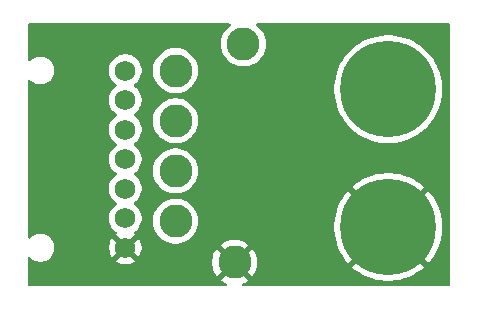
<source format=gbr>
%TF.GenerationSoftware,KiCad,Pcbnew,9.0.0*%
%TF.CreationDate,2025-08-25T22:35:37-05:00*%
%TF.ProjectId,CellSimulatorPCB,43656c6c-5369-46d7-956c-61746f725043,rev?*%
%TF.SameCoordinates,Original*%
%TF.FileFunction,Copper,L2,Bot*%
%TF.FilePolarity,Positive*%
%FSLAX46Y46*%
G04 Gerber Fmt 4.6, Leading zero omitted, Abs format (unit mm)*
G04 Created by KiCad (PCBNEW 9.0.0) date 2025-08-25 22:35:37*
%MOMM*%
%LPD*%
G01*
G04 APERTURE LIST*
%TA.AperFunction,ComponentPad*%
%ADD10C,2.800000*%
%TD*%
%TA.AperFunction,ComponentPad*%
%ADD11C,8.115000*%
%TD*%
%TA.AperFunction,ComponentPad*%
%ADD12C,1.752600*%
%TD*%
G04 APERTURE END LIST*
D10*
%TO.P,TP11,1,1*%
%TO.N,/3&4COM_ext*%
X90250000Y-64500000D03*
%TD*%
%TO.P,TP9,1,1*%
%TO.N,/1&2COM_ext*%
X90250000Y-73000000D03*
%TD*%
%TO.P,TP13,1,1*%
%TO.N,GND*%
X95250000Y-76500000D03*
%TD*%
D11*
%TO.P,J2,1,Pin_1*%
%TO.N,GND*%
X108250000Y-73500000D03*
%TD*%
D10*
%TO.P,TP14,1,1*%
%TO.N,/VBAT*%
X96000000Y-58000000D03*
%TD*%
D12*
%TO.P,J11,1,Pin_1*%
%TO.N,GND*%
X86000000Y-75250000D03*
%TO.P,J11,2,Pin_2*%
%TO.N,unconnected-(J11-Pin_2-Pad2)*%
X86000000Y-72750000D03*
%TO.P,J11,3,Pin_3*%
%TO.N,/1&2COM_ext*%
X86000000Y-70250000D03*
%TO.P,J11,4,Pin_4*%
%TO.N,/2&3COM_ext*%
X86000000Y-67750000D03*
%TO.P,J11,5,Pin_5*%
%TO.N,/3&4COM_ext*%
X86000000Y-65250000D03*
%TO.P,J11,6,Pin_6*%
%TO.N,/4&5COM_ext*%
X86000000Y-62750000D03*
%TO.P,J11,7,Pin_7*%
%TO.N,/last_cell_ext*%
X86000000Y-60250000D03*
%TD*%
D10*
%TO.P,TP12,1,1*%
%TO.N,/4&5COM_ext*%
X90250000Y-60250000D03*
%TD*%
D11*
%TO.P,J1,1,Pin_1*%
%TO.N,/VBAT*%
X108250000Y-61835000D03*
%TD*%
D10*
%TO.P,TP10,1,1*%
%TO.N,/2&3COM_ext*%
X90250000Y-68750000D03*
%TD*%
%TA.AperFunction,Conductor*%
%TO.N,GND*%
G36*
X94859826Y-56270185D02*
G01*
X94905581Y-56322989D01*
X94915525Y-56392147D01*
X94886500Y-56455703D01*
X94868273Y-56472876D01*
X94744225Y-56568060D01*
X94744218Y-56568066D01*
X94568066Y-56744218D01*
X94568060Y-56744225D01*
X94416400Y-56941873D01*
X94291837Y-57157623D01*
X94291830Y-57157638D01*
X94196498Y-57387792D01*
X94132017Y-57628438D01*
X94099501Y-57875424D01*
X94099500Y-57875441D01*
X94099500Y-58124558D01*
X94099501Y-58124575D01*
X94111465Y-58215455D01*
X94132018Y-58371565D01*
X94177642Y-58541836D01*
X94196498Y-58612207D01*
X94291830Y-58842361D01*
X94291837Y-58842376D01*
X94416400Y-59058126D01*
X94568060Y-59255774D01*
X94568066Y-59255781D01*
X94744218Y-59431933D01*
X94744225Y-59431939D01*
X94941873Y-59583599D01*
X95157623Y-59708162D01*
X95157638Y-59708169D01*
X95189808Y-59721494D01*
X95387793Y-59803502D01*
X95628435Y-59867982D01*
X95875435Y-59900500D01*
X95875442Y-59900500D01*
X96124558Y-59900500D01*
X96124565Y-59900500D01*
X96371565Y-59867982D01*
X96612207Y-59803502D01*
X96842373Y-59708164D01*
X97058127Y-59583599D01*
X97255776Y-59431938D01*
X97431938Y-59255776D01*
X97583599Y-59058127D01*
X97708164Y-58842373D01*
X97803502Y-58612207D01*
X97867982Y-58371565D01*
X97900500Y-58124565D01*
X97900500Y-57875435D01*
X97867982Y-57628435D01*
X97803502Y-57387793D01*
X97708164Y-57157627D01*
X97583599Y-56941873D01*
X97431938Y-56744224D01*
X97431933Y-56744218D01*
X97255781Y-56568066D01*
X97255774Y-56568060D01*
X97131727Y-56472876D01*
X97090524Y-56416448D01*
X97086369Y-56346702D01*
X97120581Y-56285782D01*
X97182298Y-56253029D01*
X97207213Y-56250500D01*
X113375500Y-56250500D01*
X113442539Y-56270185D01*
X113488294Y-56322989D01*
X113499500Y-56374500D01*
X113499500Y-78375500D01*
X113479815Y-78442539D01*
X113427011Y-78488294D01*
X113375500Y-78499500D01*
X96011111Y-78499500D01*
X95944072Y-78479815D01*
X95898317Y-78427011D01*
X95888373Y-78357853D01*
X95917398Y-78294297D01*
X95963658Y-78260939D01*
X96092148Y-78207716D01*
X96092159Y-78207711D01*
X96307855Y-78083178D01*
X96405045Y-78008600D01*
X96405045Y-78008597D01*
X95612294Y-77215846D01*
X95628942Y-77208951D01*
X95759970Y-77121401D01*
X95871401Y-77009970D01*
X95958951Y-76878942D01*
X95965846Y-76862294D01*
X96758597Y-77655045D01*
X96758600Y-77655045D01*
X96833178Y-77557855D01*
X96957711Y-77342159D01*
X96957716Y-77342148D01*
X97053026Y-77112049D01*
X97117491Y-76871464D01*
X97122822Y-76830973D01*
X97122822Y-76830972D01*
X97150000Y-76624533D01*
X97150000Y-76375466D01*
X97117491Y-76128536D01*
X97053026Y-75887950D01*
X96957716Y-75657851D01*
X96957711Y-75657840D01*
X96833186Y-75442158D01*
X96833180Y-75442150D01*
X96758598Y-75344953D01*
X95965846Y-76137705D01*
X95958951Y-76121058D01*
X95871401Y-75990030D01*
X95759970Y-75878599D01*
X95628942Y-75791049D01*
X95612292Y-75784152D01*
X96405045Y-74991400D01*
X96307849Y-74916819D01*
X96307841Y-74916813D01*
X96092159Y-74792288D01*
X96092148Y-74792283D01*
X95862049Y-74696973D01*
X95621463Y-74632508D01*
X95374534Y-74600000D01*
X95125466Y-74600000D01*
X94878536Y-74632508D01*
X94637950Y-74696973D01*
X94407851Y-74792283D01*
X94407847Y-74792285D01*
X94192143Y-74916823D01*
X94094953Y-74991399D01*
X94094953Y-74991400D01*
X94887706Y-75784153D01*
X94871058Y-75791049D01*
X94740030Y-75878599D01*
X94628599Y-75990030D01*
X94541049Y-76121058D01*
X94534153Y-76137706D01*
X93741400Y-75344953D01*
X93741399Y-75344953D01*
X93666823Y-75442143D01*
X93542285Y-75657847D01*
X93542283Y-75657851D01*
X93446973Y-75887950D01*
X93382508Y-76128536D01*
X93350000Y-76375466D01*
X93350000Y-76624533D01*
X93382508Y-76871463D01*
X93446973Y-77112049D01*
X93542283Y-77342148D01*
X93542288Y-77342159D01*
X93666813Y-77557841D01*
X93666819Y-77557849D01*
X93741400Y-77655045D01*
X94534152Y-76862292D01*
X94541049Y-76878942D01*
X94628599Y-77009970D01*
X94740030Y-77121401D01*
X94871058Y-77208951D01*
X94887705Y-77215846D01*
X94094953Y-78008598D01*
X94192150Y-78083180D01*
X94192158Y-78083186D01*
X94407840Y-78207711D01*
X94407851Y-78207716D01*
X94536342Y-78260939D01*
X94590745Y-78304780D01*
X94612810Y-78371074D01*
X94595531Y-78438773D01*
X94544394Y-78486384D01*
X94488889Y-78499500D01*
X77874500Y-78499500D01*
X77807461Y-78479815D01*
X77761706Y-78427011D01*
X77750500Y-78375500D01*
X77750500Y-76145241D01*
X77770185Y-76078202D01*
X77822989Y-76032447D01*
X77892147Y-76022503D01*
X77955703Y-76051528D01*
X77962181Y-76057560D01*
X78052844Y-76148223D01*
X78202802Y-76257174D01*
X78367958Y-76341324D01*
X78367960Y-76341325D01*
X78429688Y-76361381D01*
X78544244Y-76398603D01*
X78727320Y-76427600D01*
X78727321Y-76427600D01*
X78912677Y-76427600D01*
X78912678Y-76427600D01*
X79095754Y-76398603D01*
X79272040Y-76341324D01*
X79437196Y-76257174D01*
X79587154Y-76148223D01*
X79718222Y-76017155D01*
X79827173Y-75867197D01*
X79911323Y-75702041D01*
X79968602Y-75525755D01*
X79997599Y-75342679D01*
X79997599Y-75157321D01*
X79995121Y-75141678D01*
X79983528Y-75068482D01*
X79968602Y-74974245D01*
X79911323Y-74797959D01*
X79827173Y-74632803D01*
X79718222Y-74482845D01*
X79587154Y-74351777D01*
X79437196Y-74242826D01*
X79424851Y-74236536D01*
X79272037Y-74158674D01*
X79095751Y-74101396D01*
X78955117Y-74079121D01*
X78912678Y-74072400D01*
X78727320Y-74072400D01*
X78684880Y-74079121D01*
X78544247Y-74101396D01*
X78544246Y-74101396D01*
X78367960Y-74158674D01*
X78202805Y-74242824D01*
X78202797Y-74242829D01*
X78122365Y-74301266D01*
X78052844Y-74351777D01*
X78052842Y-74351779D01*
X78052841Y-74351779D01*
X77962181Y-74442440D01*
X77900858Y-74475925D01*
X77831166Y-74470941D01*
X77775233Y-74429069D01*
X77750816Y-74363605D01*
X77750500Y-74354759D01*
X77750500Y-61145241D01*
X77770185Y-61078202D01*
X77822989Y-61032447D01*
X77892147Y-61022503D01*
X77955703Y-61051528D01*
X77962181Y-61057560D01*
X78052844Y-61148223D01*
X78202802Y-61257174D01*
X78367958Y-61341324D01*
X78367960Y-61341325D01*
X78429688Y-61361381D01*
X78544244Y-61398603D01*
X78727320Y-61427600D01*
X78727321Y-61427600D01*
X78912677Y-61427600D01*
X78912678Y-61427600D01*
X79095754Y-61398603D01*
X79272040Y-61341324D01*
X79437196Y-61257174D01*
X79587154Y-61148223D01*
X79718222Y-61017155D01*
X79827173Y-60867197D01*
X79911323Y-60702041D01*
X79968602Y-60525755D01*
X79997599Y-60342679D01*
X79997599Y-60157321D01*
X79995116Y-60141644D01*
X84623200Y-60141644D01*
X84623200Y-60358355D01*
X84657102Y-60572402D01*
X84657102Y-60572405D01*
X84724068Y-60778505D01*
X84769257Y-60867193D01*
X84822455Y-60971600D01*
X84949836Y-61146925D01*
X85103075Y-61300164D01*
X85238565Y-61398603D01*
X85240050Y-61399682D01*
X85282715Y-61455012D01*
X85288694Y-61524626D01*
X85256088Y-61586420D01*
X85240050Y-61600317D01*
X85103075Y-61699836D01*
X85103073Y-61699838D01*
X85103072Y-61699838D01*
X84949838Y-61853072D01*
X84822455Y-62028399D01*
X84724068Y-62221494D01*
X84657102Y-62427594D01*
X84657102Y-62427597D01*
X84656641Y-62430507D01*
X84623200Y-62641644D01*
X84623200Y-62858356D01*
X84632394Y-62916401D01*
X84657102Y-63072402D01*
X84657102Y-63072405D01*
X84724068Y-63278505D01*
X84724070Y-63278508D01*
X84822455Y-63471600D01*
X84949836Y-63646925D01*
X85103075Y-63800164D01*
X85223685Y-63887792D01*
X85240050Y-63899682D01*
X85282715Y-63955012D01*
X85288694Y-64024626D01*
X85256088Y-64086420D01*
X85240050Y-64100317D01*
X85103075Y-64199836D01*
X85103073Y-64199838D01*
X85103072Y-64199838D01*
X84949838Y-64353072D01*
X84822455Y-64528399D01*
X84724068Y-64721494D01*
X84657102Y-64927594D01*
X84657102Y-64927597D01*
X84623200Y-65141644D01*
X84623200Y-65358355D01*
X84657102Y-65572402D01*
X84657102Y-65572405D01*
X84724068Y-65778505D01*
X84776728Y-65881856D01*
X84822455Y-65971600D01*
X84949836Y-66146925D01*
X85103075Y-66300164D01*
X85230853Y-66393000D01*
X85240050Y-66399682D01*
X85282715Y-66455012D01*
X85288694Y-66524626D01*
X85256088Y-66586420D01*
X85240050Y-66600317D01*
X85103075Y-66699836D01*
X85103073Y-66699838D01*
X85103072Y-66699838D01*
X84949838Y-66853072D01*
X84822455Y-67028399D01*
X84724068Y-67221494D01*
X84657102Y-67427594D01*
X84657102Y-67427597D01*
X84623200Y-67641644D01*
X84623200Y-67858355D01*
X84657102Y-68072402D01*
X84657102Y-68072405D01*
X84724068Y-68278505D01*
X84724070Y-68278508D01*
X84822455Y-68471600D01*
X84949836Y-68646925D01*
X85103075Y-68800164D01*
X85205493Y-68874575D01*
X85240050Y-68899682D01*
X85282715Y-68955012D01*
X85288694Y-69024626D01*
X85256088Y-69086420D01*
X85240050Y-69100317D01*
X85103075Y-69199836D01*
X85103073Y-69199838D01*
X85103072Y-69199838D01*
X84949838Y-69353072D01*
X84822455Y-69528399D01*
X84724068Y-69721494D01*
X84657102Y-69927594D01*
X84657102Y-69927597D01*
X84623200Y-70141644D01*
X84623200Y-70358355D01*
X84657102Y-70572402D01*
X84657102Y-70572405D01*
X84724068Y-70778505D01*
X84784252Y-70896623D01*
X84822455Y-70971600D01*
X84949836Y-71146925D01*
X85103075Y-71300164D01*
X85231636Y-71393569D01*
X85240050Y-71399682D01*
X85282715Y-71455012D01*
X85288694Y-71524626D01*
X85256088Y-71586420D01*
X85240050Y-71600317D01*
X85103075Y-71699836D01*
X85103073Y-71699838D01*
X85103072Y-71699838D01*
X84949838Y-71853072D01*
X84822455Y-72028399D01*
X84724068Y-72221494D01*
X84657102Y-72427594D01*
X84657102Y-72427597D01*
X84623200Y-72641644D01*
X84623200Y-72858355D01*
X84657102Y-73072402D01*
X84657102Y-73072405D01*
X84724068Y-73278505D01*
X84771485Y-73371565D01*
X84822455Y-73471600D01*
X84949836Y-73646925D01*
X85103075Y-73800164D01*
X85240474Y-73899990D01*
X85283139Y-73955320D01*
X85289118Y-74024933D01*
X85256512Y-74086728D01*
X85240473Y-74100626D01*
X85219453Y-74115897D01*
X85219453Y-74115899D01*
X85773712Y-74670158D01*
X85705230Y-74698525D01*
X85603307Y-74766628D01*
X85516628Y-74853307D01*
X85448525Y-74955230D01*
X85420158Y-75023712D01*
X84865899Y-74469453D01*
X84865898Y-74469453D01*
X84822884Y-74528659D01*
X84724534Y-74721679D01*
X84657588Y-74927715D01*
X84623700Y-75141677D01*
X84623700Y-75358322D01*
X84657588Y-75572284D01*
X84724534Y-75778320D01*
X84822885Y-75971342D01*
X84865898Y-76030545D01*
X84865899Y-76030545D01*
X85420158Y-75476286D01*
X85448525Y-75544770D01*
X85516628Y-75646693D01*
X85603307Y-75733372D01*
X85705230Y-75801475D01*
X85773712Y-75829840D01*
X85219452Y-76384099D01*
X85219453Y-76384100D01*
X85278657Y-76427114D01*
X85471679Y-76525465D01*
X85677715Y-76592411D01*
X85891678Y-76626300D01*
X86108322Y-76626300D01*
X86322284Y-76592411D01*
X86528320Y-76525465D01*
X86721331Y-76427120D01*
X86721344Y-76427112D01*
X86780545Y-76384100D01*
X86780545Y-76384098D01*
X86226287Y-75829841D01*
X86294770Y-75801475D01*
X86396693Y-75733372D01*
X86483372Y-75646693D01*
X86551475Y-75544770D01*
X86579841Y-75476287D01*
X87134099Y-76030546D01*
X87134100Y-76030545D01*
X87177112Y-75971344D01*
X87177120Y-75971331D01*
X87275465Y-75778320D01*
X87342411Y-75572284D01*
X87376300Y-75358322D01*
X87376300Y-75141678D01*
X87363165Y-75058752D01*
X87363165Y-75058751D01*
X87342410Y-74927715D01*
X87275465Y-74721679D01*
X87177114Y-74528657D01*
X87134100Y-74469453D01*
X87134099Y-74469452D01*
X86579840Y-75023711D01*
X86551475Y-74955230D01*
X86483372Y-74853307D01*
X86396693Y-74766628D01*
X86294770Y-74698525D01*
X86226287Y-74670158D01*
X86780545Y-74115899D01*
X86780545Y-74115898D01*
X86759525Y-74100626D01*
X86716859Y-74045296D01*
X86710880Y-73975683D01*
X86743486Y-73913888D01*
X86759518Y-73899995D01*
X86896925Y-73800164D01*
X87050164Y-73646925D01*
X87177545Y-73471600D01*
X87275930Y-73278508D01*
X87275931Y-73278505D01*
X87342897Y-73072405D01*
X87342897Y-73072404D01*
X87342898Y-73072401D01*
X87374094Y-72875441D01*
X88349500Y-72875441D01*
X88349500Y-73124558D01*
X88349501Y-73124575D01*
X88382017Y-73371561D01*
X88446498Y-73612207D01*
X88541830Y-73842361D01*
X88541837Y-73842376D01*
X88666400Y-74058126D01*
X88818060Y-74255774D01*
X88818066Y-74255781D01*
X88994218Y-74431933D01*
X88994225Y-74431939D01*
X89191873Y-74583599D01*
X89407623Y-74708162D01*
X89407638Y-74708169D01*
X89506825Y-74749253D01*
X89637793Y-74803502D01*
X89878435Y-74867982D01*
X90125435Y-74900500D01*
X90125442Y-74900500D01*
X90374558Y-74900500D01*
X90374565Y-74900500D01*
X90621565Y-74867982D01*
X90862207Y-74803502D01*
X91092373Y-74708164D01*
X91308127Y-74583599D01*
X91505776Y-74431938D01*
X91681938Y-74255776D01*
X91833599Y-74058127D01*
X91958164Y-73842373D01*
X92053502Y-73612207D01*
X92117982Y-73371565D01*
X92127271Y-73301011D01*
X103692500Y-73301011D01*
X103692500Y-73698988D01*
X103727185Y-74095442D01*
X103796291Y-74487357D01*
X103796294Y-74487370D01*
X103899290Y-74871761D01*
X104035412Y-75245750D01*
X104203592Y-75606415D01*
X104203600Y-75606430D01*
X104402576Y-75951067D01*
X104402585Y-75951082D01*
X104630846Y-76277072D01*
X104853739Y-76542705D01*
X106168314Y-75228130D01*
X106229860Y-75305307D01*
X106444693Y-75520140D01*
X106521867Y-75581684D01*
X105207292Y-76896259D01*
X105207293Y-76896260D01*
X105472920Y-77119148D01*
X105798917Y-77347414D01*
X105798932Y-77347423D01*
X106143569Y-77546399D01*
X106143584Y-77546407D01*
X106504249Y-77714587D01*
X106878238Y-77850709D01*
X107262629Y-77953705D01*
X107262642Y-77953708D01*
X107654557Y-78022814D01*
X108051011Y-78057499D01*
X108051014Y-78057500D01*
X108448986Y-78057500D01*
X108448988Y-78057499D01*
X108845442Y-78022814D01*
X109237357Y-77953708D01*
X109237370Y-77953705D01*
X109621761Y-77850709D01*
X109995750Y-77714587D01*
X110356415Y-77546407D01*
X110356430Y-77546399D01*
X110701067Y-77347423D01*
X110701082Y-77347414D01*
X111027079Y-77119148D01*
X111292705Y-76896260D01*
X111292706Y-76896259D01*
X109978131Y-75581685D01*
X110055307Y-75520140D01*
X110270140Y-75305307D01*
X110331685Y-75228131D01*
X111646259Y-76542706D01*
X111646260Y-76542705D01*
X111869148Y-76277079D01*
X112097414Y-75951082D01*
X112097423Y-75951067D01*
X112296399Y-75606430D01*
X112296407Y-75606415D01*
X112464587Y-75245750D01*
X112600709Y-74871761D01*
X112703705Y-74487370D01*
X112703708Y-74487357D01*
X112772814Y-74095442D01*
X112807499Y-73698988D01*
X112807500Y-73698986D01*
X112807500Y-73301014D01*
X112807499Y-73301011D01*
X112772814Y-72904557D01*
X112703708Y-72512642D01*
X112703705Y-72512629D01*
X112600709Y-72128238D01*
X112464587Y-71754249D01*
X112296407Y-71393584D01*
X112296399Y-71393569D01*
X112097423Y-71048932D01*
X112097414Y-71048917D01*
X111869148Y-70722920D01*
X111646260Y-70457293D01*
X111646259Y-70457292D01*
X110331684Y-71771867D01*
X110270140Y-71694693D01*
X110055307Y-71479860D01*
X109978131Y-71418314D01*
X111292706Y-70103739D01*
X111027072Y-69880846D01*
X110701082Y-69652585D01*
X110701067Y-69652576D01*
X110356430Y-69453600D01*
X110356415Y-69453592D01*
X109995750Y-69285412D01*
X109621761Y-69149290D01*
X109237370Y-69046294D01*
X109237357Y-69046291D01*
X108845442Y-68977185D01*
X108448988Y-68942500D01*
X108051011Y-68942500D01*
X107654557Y-68977185D01*
X107262642Y-69046291D01*
X107262629Y-69046294D01*
X106878238Y-69149290D01*
X106504249Y-69285412D01*
X106143584Y-69453592D01*
X106143569Y-69453600D01*
X105798932Y-69652576D01*
X105798917Y-69652585D01*
X105472927Y-69880846D01*
X105207293Y-70103739D01*
X106521868Y-71418314D01*
X106444693Y-71479860D01*
X106229860Y-71694693D01*
X106168314Y-71771868D01*
X104853739Y-70457293D01*
X104630846Y-70722927D01*
X104402585Y-71048917D01*
X104402576Y-71048932D01*
X104203600Y-71393569D01*
X104203592Y-71393584D01*
X104035412Y-71754249D01*
X103899290Y-72128238D01*
X103796294Y-72512629D01*
X103796291Y-72512642D01*
X103727185Y-72904557D01*
X103692500Y-73301011D01*
X92127271Y-73301011D01*
X92150500Y-73124565D01*
X92150500Y-72875435D01*
X92117982Y-72628435D01*
X92053502Y-72387793D01*
X91958164Y-72157627D01*
X91941196Y-72128238D01*
X91833599Y-71941873D01*
X91681939Y-71744225D01*
X91681933Y-71744218D01*
X91505781Y-71568066D01*
X91505774Y-71568060D01*
X91308126Y-71416400D01*
X91092376Y-71291837D01*
X91092361Y-71291830D01*
X90862207Y-71196498D01*
X90677206Y-71146927D01*
X90621565Y-71132018D01*
X90621564Y-71132017D01*
X90621561Y-71132017D01*
X90374575Y-71099501D01*
X90374570Y-71099500D01*
X90374565Y-71099500D01*
X90125435Y-71099500D01*
X90125429Y-71099500D01*
X90125424Y-71099501D01*
X89878438Y-71132017D01*
X89637792Y-71196498D01*
X89407638Y-71291830D01*
X89407623Y-71291837D01*
X89191873Y-71416400D01*
X88994225Y-71568060D01*
X88994218Y-71568066D01*
X88818066Y-71744218D01*
X88818060Y-71744225D01*
X88666400Y-71941873D01*
X88541837Y-72157623D01*
X88541830Y-72157638D01*
X88446498Y-72387792D01*
X88382017Y-72628438D01*
X88349501Y-72875424D01*
X88349500Y-72875441D01*
X87374094Y-72875441D01*
X87376800Y-72858356D01*
X87376800Y-72641644D01*
X87342898Y-72427599D01*
X87342897Y-72427595D01*
X87342897Y-72427594D01*
X87275931Y-72221494D01*
X87177544Y-72028399D01*
X87114679Y-71941873D01*
X87050164Y-71853075D01*
X86896925Y-71699836D01*
X86759949Y-71600317D01*
X86717284Y-71544988D01*
X86711305Y-71475375D01*
X86743911Y-71413580D01*
X86759950Y-71399682D01*
X86768364Y-71393569D01*
X86896925Y-71300164D01*
X87050164Y-71146925D01*
X87177545Y-70971600D01*
X87275930Y-70778508D01*
X87342898Y-70572401D01*
X87376800Y-70358356D01*
X87376800Y-70141644D01*
X87342898Y-69927599D01*
X87342897Y-69927595D01*
X87342897Y-69927594D01*
X87275931Y-69721494D01*
X87240820Y-69652585D01*
X87177545Y-69528400D01*
X87050164Y-69353075D01*
X86896925Y-69199836D01*
X86759949Y-69100317D01*
X86717284Y-69044988D01*
X86711305Y-68975375D01*
X86743911Y-68913580D01*
X86759950Y-68899682D01*
X86794507Y-68874575D01*
X86896925Y-68800164D01*
X87050164Y-68646925D01*
X87065773Y-68625441D01*
X88349500Y-68625441D01*
X88349500Y-68874558D01*
X88349501Y-68874575D01*
X88382017Y-69121561D01*
X88446498Y-69362207D01*
X88541830Y-69592361D01*
X88541837Y-69592376D01*
X88666400Y-69808126D01*
X88818060Y-70005774D01*
X88818066Y-70005781D01*
X88994218Y-70181933D01*
X88994225Y-70181939D01*
X89191873Y-70333599D01*
X89407623Y-70458162D01*
X89407638Y-70458169D01*
X89506825Y-70499253D01*
X89637793Y-70553502D01*
X89878435Y-70617982D01*
X90125435Y-70650500D01*
X90125442Y-70650500D01*
X90374558Y-70650500D01*
X90374565Y-70650500D01*
X90621565Y-70617982D01*
X90862207Y-70553502D01*
X91092373Y-70458164D01*
X91308127Y-70333599D01*
X91505776Y-70181938D01*
X91546070Y-70141644D01*
X91622557Y-70065158D01*
X91681933Y-70005781D01*
X91681938Y-70005776D01*
X91833599Y-69808127D01*
X91958164Y-69592373D01*
X92053502Y-69362207D01*
X92117982Y-69121565D01*
X92150500Y-68874565D01*
X92150500Y-68625435D01*
X92117982Y-68378435D01*
X92053502Y-68137793D01*
X91958164Y-67907627D01*
X91833599Y-67691873D01*
X91681938Y-67494224D01*
X91681933Y-67494218D01*
X91505781Y-67318066D01*
X91505774Y-67318060D01*
X91308126Y-67166400D01*
X91092376Y-67041837D01*
X91092361Y-67041830D01*
X90862207Y-66946498D01*
X90621561Y-66882017D01*
X90374575Y-66849501D01*
X90374570Y-66849500D01*
X90374565Y-66849500D01*
X90125435Y-66849500D01*
X90125429Y-66849500D01*
X90125424Y-66849501D01*
X89878438Y-66882017D01*
X89637792Y-66946498D01*
X89407638Y-67041830D01*
X89407623Y-67041837D01*
X89191873Y-67166400D01*
X88994225Y-67318060D01*
X88994218Y-67318066D01*
X88818066Y-67494218D01*
X88818060Y-67494225D01*
X88666400Y-67691873D01*
X88541837Y-67907623D01*
X88541830Y-67907638D01*
X88446498Y-68137792D01*
X88382017Y-68378438D01*
X88349501Y-68625424D01*
X88349500Y-68625441D01*
X87065773Y-68625441D01*
X87177545Y-68471600D01*
X87275930Y-68278508D01*
X87342898Y-68072401D01*
X87376800Y-67858356D01*
X87376800Y-67641644D01*
X87342898Y-67427599D01*
X87342897Y-67427595D01*
X87342897Y-67427594D01*
X87275931Y-67221494D01*
X87184391Y-67041836D01*
X87177545Y-67028400D01*
X87050164Y-66853075D01*
X86896925Y-66699836D01*
X86759949Y-66600317D01*
X86717284Y-66544988D01*
X86711305Y-66475375D01*
X86743911Y-66413580D01*
X86759950Y-66399682D01*
X86769147Y-66393000D01*
X86896925Y-66300164D01*
X87050164Y-66146925D01*
X87177545Y-65971600D01*
X87275930Y-65778508D01*
X87342898Y-65572401D01*
X87376800Y-65358356D01*
X87376800Y-65141644D01*
X87342898Y-64927599D01*
X87342897Y-64927595D01*
X87342897Y-64927594D01*
X87275931Y-64721494D01*
X87226543Y-64624565D01*
X87177545Y-64528400D01*
X87066414Y-64375441D01*
X88349500Y-64375441D01*
X88349500Y-64624558D01*
X88349501Y-64624575D01*
X88382017Y-64871561D01*
X88446498Y-65112207D01*
X88541830Y-65342361D01*
X88541837Y-65342376D01*
X88666400Y-65558126D01*
X88818060Y-65755774D01*
X88818066Y-65755781D01*
X88994218Y-65931933D01*
X88994225Y-65931939D01*
X89191873Y-66083599D01*
X89407623Y-66208162D01*
X89407638Y-66208169D01*
X89506825Y-66249253D01*
X89637793Y-66303502D01*
X89878435Y-66367982D01*
X90125435Y-66400500D01*
X90125442Y-66400500D01*
X90374558Y-66400500D01*
X90374565Y-66400500D01*
X90621565Y-66367982D01*
X90862207Y-66303502D01*
X91092373Y-66208164D01*
X91308127Y-66083599D01*
X91505776Y-65931938D01*
X91681938Y-65755776D01*
X91833599Y-65558127D01*
X91958164Y-65342373D01*
X92053502Y-65112207D01*
X92117982Y-64871565D01*
X92150500Y-64624565D01*
X92150500Y-64375435D01*
X92117982Y-64128435D01*
X92053502Y-63887793D01*
X91958164Y-63657627D01*
X91951986Y-63646927D01*
X91833599Y-63441873D01*
X91681939Y-63244225D01*
X91681933Y-63244218D01*
X91505781Y-63068066D01*
X91505774Y-63068060D01*
X91308126Y-62916400D01*
X91092376Y-62791837D01*
X91092361Y-62791830D01*
X90862207Y-62696498D01*
X90621565Y-62632018D01*
X90621564Y-62632017D01*
X90621561Y-62632017D01*
X90374575Y-62599501D01*
X90374570Y-62599500D01*
X90374565Y-62599500D01*
X90125435Y-62599500D01*
X90125429Y-62599500D01*
X90125424Y-62599501D01*
X89878438Y-62632017D01*
X89637792Y-62696498D01*
X89407638Y-62791830D01*
X89407623Y-62791837D01*
X89191873Y-62916400D01*
X88994225Y-63068060D01*
X88994218Y-63068066D01*
X88818066Y-63244218D01*
X88818060Y-63244225D01*
X88666400Y-63441873D01*
X88541837Y-63657623D01*
X88541830Y-63657638D01*
X88446498Y-63887792D01*
X88382017Y-64128438D01*
X88349501Y-64375424D01*
X88349500Y-64375441D01*
X87066414Y-64375441D01*
X87050164Y-64353075D01*
X86896925Y-64199836D01*
X86759949Y-64100317D01*
X86717284Y-64044988D01*
X86711305Y-63975375D01*
X86743911Y-63913580D01*
X86759950Y-63899682D01*
X86776315Y-63887792D01*
X86896925Y-63800164D01*
X87050164Y-63646925D01*
X87177545Y-63471600D01*
X87275930Y-63278508D01*
X87287070Y-63244224D01*
X87342897Y-63072405D01*
X87342897Y-63072404D01*
X87342898Y-63072401D01*
X87376800Y-62858356D01*
X87376800Y-62641644D01*
X87342898Y-62427599D01*
X87342897Y-62427595D01*
X87342897Y-62427594D01*
X87275931Y-62221494D01*
X87190335Y-62053502D01*
X87177545Y-62028400D01*
X87050164Y-61853075D01*
X86896925Y-61699836D01*
X86759949Y-61600317D01*
X86717284Y-61544988D01*
X86711305Y-61475375D01*
X86743911Y-61413580D01*
X86759950Y-61399682D01*
X86761435Y-61398603D01*
X86896925Y-61300164D01*
X87050164Y-61146925D01*
X87177545Y-60971600D01*
X87275930Y-60778508D01*
X87342898Y-60572401D01*
X87376800Y-60358356D01*
X87376800Y-60141644D01*
X87374234Y-60125441D01*
X88349500Y-60125441D01*
X88349500Y-60374558D01*
X88349501Y-60374575D01*
X88382017Y-60621561D01*
X88446498Y-60862207D01*
X88541830Y-61092361D01*
X88541837Y-61092376D01*
X88666400Y-61308126D01*
X88818060Y-61505774D01*
X88818066Y-61505781D01*
X88994218Y-61681933D01*
X88994225Y-61681939D01*
X89191873Y-61833599D01*
X89407623Y-61958162D01*
X89407638Y-61958169D01*
X89506825Y-61999253D01*
X89637793Y-62053502D01*
X89878435Y-62117982D01*
X90125435Y-62150500D01*
X90125442Y-62150500D01*
X90374558Y-62150500D01*
X90374565Y-62150500D01*
X90621565Y-62117982D01*
X90862207Y-62053502D01*
X91092373Y-61958164D01*
X91308127Y-61833599D01*
X91505776Y-61681938D01*
X91551725Y-61635989D01*
X103692000Y-61635989D01*
X103692000Y-62034010D01*
X103726689Y-62430507D01*
X103795803Y-62822466D01*
X103795806Y-62822479D01*
X103898813Y-63206912D01*
X104034951Y-63580946D01*
X104203143Y-63941637D01*
X104203156Y-63941661D01*
X104402155Y-64286336D01*
X104402164Y-64286351D01*
X104630455Y-64612384D01*
X104640685Y-64624575D01*
X104886289Y-64917274D01*
X105167726Y-65198711D01*
X105276225Y-65289752D01*
X105472615Y-65454544D01*
X105472621Y-65454548D01*
X105472622Y-65454549D01*
X105798655Y-65682840D01*
X105964352Y-65778505D01*
X106143338Y-65881843D01*
X106143362Y-65881856D01*
X106504053Y-66050048D01*
X106504058Y-66050049D01*
X106504067Y-66050054D01*
X106878077Y-66186183D01*
X106878083Y-66186184D01*
X106878087Y-66186186D01*
X106960104Y-66208162D01*
X107262528Y-66289196D01*
X107654495Y-66358311D01*
X108050991Y-66392999D01*
X108050992Y-66393000D01*
X108050993Y-66393000D01*
X108449008Y-66393000D01*
X108449008Y-66392999D01*
X108845505Y-66358311D01*
X109237472Y-66289196D01*
X109621923Y-66186183D01*
X109995933Y-66050054D01*
X110164179Y-65971600D01*
X110356637Y-65881856D01*
X110356645Y-65881851D01*
X110356655Y-65881847D01*
X110701345Y-65682840D01*
X111027378Y-65454549D01*
X111332274Y-65198711D01*
X111613711Y-64917274D01*
X111869549Y-64612378D01*
X112097840Y-64286345D01*
X112296847Y-63941655D01*
X112296851Y-63941645D01*
X112296856Y-63941637D01*
X112465048Y-63580946D01*
X112465048Y-63580945D01*
X112465054Y-63580933D01*
X112601183Y-63206923D01*
X112704196Y-62822472D01*
X112773311Y-62430505D01*
X112808000Y-62034007D01*
X112808000Y-61635993D01*
X112773311Y-61239495D01*
X112704196Y-60847528D01*
X112629238Y-60567780D01*
X112601186Y-60463087D01*
X112601184Y-60463083D01*
X112601183Y-60463077D01*
X112465054Y-60089067D01*
X112465049Y-60089058D01*
X112465048Y-60089053D01*
X112296856Y-59728362D01*
X112296843Y-59728338D01*
X112213278Y-59583599D01*
X112097840Y-59383655D01*
X111869549Y-59057622D01*
X111869548Y-59057621D01*
X111869544Y-59057615D01*
X111613708Y-58752723D01*
X111332276Y-58471291D01*
X111027384Y-58215455D01*
X110701351Y-57987164D01*
X110701348Y-57987162D01*
X110701345Y-57987160D01*
X110507813Y-57875424D01*
X110356661Y-57788156D01*
X110356637Y-57788143D01*
X109995946Y-57619951D01*
X109995935Y-57619947D01*
X109995933Y-57619946D01*
X109621923Y-57483817D01*
X109621922Y-57483816D01*
X109621912Y-57483813D01*
X109263555Y-57387793D01*
X109237472Y-57380804D01*
X109182130Y-57371045D01*
X108845507Y-57311689D01*
X108449010Y-57277000D01*
X108449007Y-57277000D01*
X108050993Y-57277000D01*
X108050989Y-57277000D01*
X107654492Y-57311689D01*
X107262533Y-57380803D01*
X107262530Y-57380803D01*
X107262528Y-57380804D01*
X107262523Y-57380805D01*
X107262520Y-57380806D01*
X106878087Y-57483813D01*
X106504053Y-57619951D01*
X106143362Y-57788143D01*
X106143338Y-57788156D01*
X105798663Y-57987155D01*
X105798648Y-57987164D01*
X105472615Y-58215455D01*
X105167723Y-58471291D01*
X104886291Y-58752723D01*
X104630455Y-59057615D01*
X104402164Y-59383648D01*
X104402155Y-59383663D01*
X104203156Y-59728338D01*
X104203143Y-59728362D01*
X104034951Y-60089053D01*
X103898813Y-60463087D01*
X103795806Y-60847520D01*
X103795803Y-60847533D01*
X103726689Y-61239492D01*
X103692000Y-61635989D01*
X91551725Y-61635989D01*
X91642109Y-61545606D01*
X91681933Y-61505781D01*
X91681938Y-61505776D01*
X91833599Y-61308127D01*
X91958164Y-61092373D01*
X92053502Y-60862207D01*
X92117982Y-60621565D01*
X92150500Y-60374565D01*
X92150500Y-60125435D01*
X92117982Y-59878435D01*
X92053502Y-59637793D01*
X91972584Y-59442440D01*
X91958169Y-59407638D01*
X91958162Y-59407623D01*
X91833599Y-59191873D01*
X91681939Y-58994225D01*
X91681933Y-58994218D01*
X91505781Y-58818066D01*
X91505774Y-58818060D01*
X91308126Y-58666400D01*
X91092376Y-58541837D01*
X91092361Y-58541830D01*
X90862207Y-58446498D01*
X90621561Y-58382017D01*
X90374575Y-58349501D01*
X90374570Y-58349500D01*
X90374565Y-58349500D01*
X90125435Y-58349500D01*
X90125429Y-58349500D01*
X90125424Y-58349501D01*
X89878438Y-58382017D01*
X89637792Y-58446498D01*
X89407638Y-58541830D01*
X89407623Y-58541837D01*
X89191873Y-58666400D01*
X88994225Y-58818060D01*
X88994218Y-58818066D01*
X88818066Y-58994218D01*
X88818060Y-58994225D01*
X88666400Y-59191873D01*
X88541837Y-59407623D01*
X88541830Y-59407638D01*
X88446498Y-59637792D01*
X88382017Y-59878438D01*
X88349501Y-60125424D01*
X88349500Y-60125441D01*
X87374234Y-60125441D01*
X87342898Y-59927599D01*
X87342897Y-59927595D01*
X87342897Y-59927594D01*
X87275931Y-59721494D01*
X87177544Y-59528399D01*
X87144445Y-59482842D01*
X87050164Y-59353075D01*
X86896925Y-59199836D01*
X86721600Y-59072455D01*
X86568063Y-58994224D01*
X86528505Y-58974068D01*
X86322404Y-58907102D01*
X86161867Y-58881675D01*
X86108356Y-58873200D01*
X85891644Y-58873200D01*
X85820295Y-58884500D01*
X85677597Y-58907102D01*
X85677594Y-58907102D01*
X85471494Y-58974068D01*
X85278399Y-59072455D01*
X85103072Y-59199838D01*
X84949838Y-59353072D01*
X84822455Y-59528399D01*
X84724068Y-59721494D01*
X84657102Y-59927594D01*
X84657102Y-59927597D01*
X84623200Y-60141644D01*
X79995116Y-60141644D01*
X79968602Y-59974245D01*
X79911323Y-59797959D01*
X79827173Y-59632803D01*
X79718222Y-59482845D01*
X79587154Y-59351777D01*
X79437196Y-59242826D01*
X79424851Y-59236536D01*
X79272037Y-59158674D01*
X79095751Y-59101396D01*
X78955117Y-59079121D01*
X78912678Y-59072400D01*
X78727320Y-59072400D01*
X78684880Y-59079121D01*
X78544247Y-59101396D01*
X78544246Y-59101396D01*
X78367960Y-59158674D01*
X78202805Y-59242824D01*
X78202797Y-59242829D01*
X78122365Y-59301266D01*
X78052844Y-59351777D01*
X78052842Y-59351779D01*
X78052841Y-59351779D01*
X77962181Y-59442440D01*
X77900858Y-59475925D01*
X77831166Y-59470941D01*
X77775233Y-59429069D01*
X77750816Y-59363605D01*
X77750500Y-59354759D01*
X77750500Y-56374500D01*
X77770185Y-56307461D01*
X77822989Y-56261706D01*
X77874500Y-56250500D01*
X94792787Y-56250500D01*
X94859826Y-56270185D01*
G37*
%TD.AperFunction*%
%TD*%
M02*

</source>
